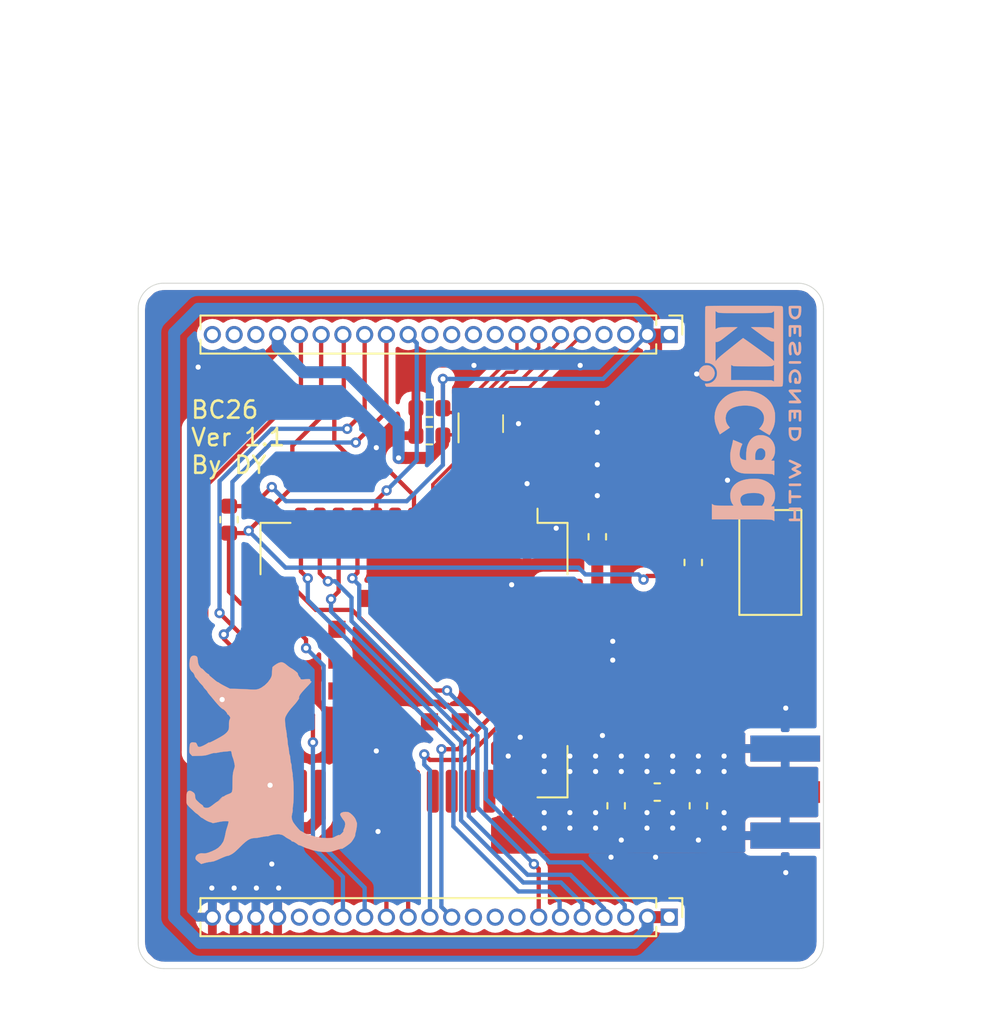
<source format=kicad_pcb>
(kicad_pcb (version 20200104) (host pcbnew "5.99.0-unknown-f1fcf3f~86~ubuntu18.04.1")
  (layers (0 "F.Cu" signal) (31 "B.Cu" signal) (34 "B.Paste" user) (35 "F.Paste" user) (36 "B.SilkS" user) (37 "F.SilkS" user) (38 "B.Mask" user) (39 "F.Mask" user) (44 "Edge.Cuts" user))
  (net 0 "")
  (net 1 "GND")
  (net 2 "+3V3")
  (net 3 "Net-(C2-Pad1)")
  (net 4 "Net-(C3-Pad1)")
  (net 5 "/M_RESET")
  (net 6 "/M_VDD_OUT")
  (net 7 "/PSM_EINT")
  (net 8 "/M_PWRKEY")
  (net 9 "/M_MAIN_UART_Rx")
  (net 10 "/M_MAIN_UART_Tx")
  (net 11 "/M_ADC")
  (net 12 "/M_SPI_CS-I2S_CS")
  (net 13 "/M_SPI_CLK-I2S_CLK")
  (net 14 "/M_SPI_MOSI-I2S_WA")
  (net 15 "/M_SPI_MISO-I2S_RXD")
  (net 16 "/M_RI")
  (net 17 "/M_NET_LED")
  (net 18 "/M_AUX_UART_Rx")
  (net 19 "/M_AUX_UART_Tx")
  (net 20 "/M_DBG_UART_Rx")
  (net 21 "/M_DBG_UART_TX")
  (net 22 "/SIM_GND")
  (net 23 "/SIM_CLK")
  (net 24 "/SIM_IO")
  (net 25 "/SIM_RST")
  (net 26 "/V_SIM")
  (net 27 "/B_SPI_CS-I2S_CS")
  (net 28 "/B_SPI_CLK-I2S_CLK")
  (net 29 "/B_SPI_MOSI-I2S_WA")
  (net 30 "/B_SPI_MISO-I2S_RXD")
  (net 31 "/GPIO_L4")
  (net 32 "/GPIO_L3")
  (net 33 "/M_AP_READY")
  (net 34 "/M_USB_DM")
  (net 35 "/M_USB_DP")
  (net 36 "/M_USB_VBUS")
  (net 37 "/GPIO_L2")
  (net 38 "/PSM_IND")
  (net 39 "/GPIO_L1")
  (net 40 "/GPIO_R3")
  (net 41 "/GPIO_R2")
  (net 42 "/M_SCL")
  (net 43 "/M_SDA")
  (net 44 "/GPIO_R1")
  (net 45 "Net-(U1-Pad58)")
  (net 46 "Net-(U1-Pad57)")
  (net 47 "Net-(U1-Pad56)")
  (net 48 "Net-(U1-Pad55)")
  (net 49 "Net-(U1-Pad54)")
  (net 50 "Net-(U1-Pad53)")
  (net 51 "Net-(U1-Pad52)")
  (net 52 "Net-(U1-Pad51)")
  (net 53 "Net-(U1-Pad50)")
  (net 54 "Net-(U1-Pad49)")
  (net 55 "Net-(U1-Pad48)")
  (net 56 "Net-(U1-Pad47)")
  (net 57 "Net-(U1-Pad46)")
  (net 58 "Net-(U1-Pad45)")
  (net 59 "Net-(U1-Pad44)")
  (net 60 "Net-(U1-Pad33)")
  (net 61 "Net-(U1-Pad32)")
  (net 62 "Net-(U1-Pad31)")
  (net 63 "Net-(U1-Pad30)")
  (net 64 "Net-(U1-Pad26)")
  (net 65 "Net-(U1-Pad25)")
  (net 66 "Net-(U1-Pad23)")
  (net 67 "Net-(U1-Pad22)")
  (net 68 "Net-(U1-Pad21)")
  (net 69 "Net-(U1-Pad8)")
  (net 70 "Net-(U1-Pad2)")
  (module "Symbol:KiCad-Logo2_5mm_SilkScreen" (layer "B.Cu") (at 105.7 77.6 -90)
    (fp_text reference "REF**" hide)
    (fp_text value "KiCad-Logo2_5mm_SilkScreen" hide)
  )
  (module "LTD_Customized:Cat-Logo" (layer "B.Cu") (at 77.8 97.8 90)
    (fp_text reference "G***" hide)
    (fp_text value "LOGO" hide)
  )
  (module "Package_DFN_QFN:Texas_R_PUQFN-N12" (layer "F.Cu") (at 90 78.2 90)
    (fp_text reference "U2" hide)
    (fp_text value "TXB0304RUT")
    (pad "1" smd rect (at -0.425 -0.975 90) (size 0.15 0.25) (layers "F.Cu" "F.Paste" "F.Mask") (net 6 "/M_VDD_OUT"))
    (pad "12" smd rect (at 0 -0.8) (size 0.6 0.2) (layers "F.Cu" "F.Paste" "F.Mask") (net 6 "/M_VDD_OUT"))
    (pad "11" smd rect (at 0.65 -0.8) (size 0.2 0.6) (layers "F.Cu" "F.Paste" "F.Mask") (net 2 "+3V3"))
    (pad "10" smd rect (at 0.65 -0.4) (size 0.2 0.6) (layers "F.Cu" "F.Paste" "F.Mask") (net 27 "/B_SPI_CS-I2S_CS"))
    (pad "9" smd rect (at 0.65 0) (size 0.2 0.6) (layers "F.Cu" "F.Paste" "F.Mask") (net 28 "/B_SPI_CLK-I2S_CLK"))
    (pad "8" smd rect (at 0.65 0.4) (size 0.2 0.6) (layers "F.Cu" "F.Paste" "F.Mask") (net 29 "/B_SPI_MOSI-I2S_WA"))
    (pad "7" smd rect (at 0.65 0.8) (size 0.2 0.6) (layers "F.Cu" "F.Paste" "F.Mask") (net 30 "/B_SPI_MISO-I2S_RXD"))
    (pad "6" smd rect (at 0 0.8) (size 0.6 0.2) (layers "F.Cu" "F.Paste" "F.Mask") (net 1 "GND"))
    (pad "5" smd rect (at -0.65 0.8) (size 0.2 0.6) (layers "F.Cu" "F.Paste" "F.Mask") (net 15 "/M_SPI_MISO-I2S_RXD"))
    (pad "4" smd rect (at -0.65 0.4) (size 0.2 0.6) (layers "F.Cu" "F.Paste" "F.Mask") (net 14 "/M_SPI_MOSI-I2S_WA"))
    (pad "3" smd rect (at -0.65 0) (size 0.2 0.6) (layers "F.Cu" "F.Paste" "F.Mask") (net 13 "/M_SPI_CLK-I2S_CLK"))
    (pad "2" smd rect (at -0.65 -0.4) (size 0.2 0.6) (layers "F.Cu" "F.Paste" "F.Mask") (net 12 "/M_SPI_CS-I2S_CS"))
    (pad "1" smd rect (at -0.65 -0.8) (size 0.2 0.6) (layers "F.Cu" "F.Paste" "F.Mask") (net 6 "/M_VDD_OUT"))
  )
  (module "Capacitor_SMD:C_0603_1608Metric" (layer "F.Cu") (at 87 77.3 180)
    (fp_text reference "C5" hide)
    (fp_text value "100nF")
    (pad "2" smd roundrect (at 0.7875 0 180) (size 0.875 0.95) (layers "F.Cu" "F.Paste" "F.Mask") (net 1 "GND"))
    (pad "1" smd roundrect (at -0.7875 0 180) (size 0.875 0.95) (layers "F.Cu" "F.Paste" "F.Mask") (net 2 "+3V3"))
  )
  (module "Capacitor_SMD:C_0603_1608Metric" (layer "F.Cu") (at 87 78.9 180)
    (fp_text reference "C4" hide)
    (fp_text value "100nF")
    (pad "2" smd roundrect (at 0.7875 0 180) (size 0.875 0.95) (layers "F.Cu" "F.Paste" "F.Mask") (net 1 "GND"))
    (pad "1" smd roundrect (at -0.7875 0 180) (size 0.875 0.95) (layers "F.Cu" "F.Paste" "F.Mask") (net 6 "/M_VDD_OUT"))
  )
  (module "RF_GSM:Quectel_BC66" (layer "F.Cu") (at 86.1 92 -90)
    (fp_text reference "U1" hide)
    (fp_text value "BC66")
    (pad "58" smd rect (at -1.8 -4.5 270) (size 1 1) (layers "F.Cu" "F.Paste" "F.Mask") (net 45 "Net-(U1-Pad58)"))
    (pad "57" smd rect (at 0 -4.5 270) (size 1 1) (layers "F.Cu" "F.Paste" "F.Mask") (net 46 "Net-(U1-Pad57)"))
    (pad "56" smd rect (at 1.8 -4.5 270) (size 1 1) (layers "F.Cu" "F.Paste" "F.Mask") (net 47 "Net-(U1-Pad56)"))
    (pad "55" smd rect (at 3.6 -2.7 270) (size 1 1) (layers "F.Cu" "F.Paste" "F.Mask") (net 48 "Net-(U1-Pad55)"))
    (pad "54" smd rect (at 3.6 -0.9 270) (size 1 1) (layers "F.Cu" "F.Paste" "F.Mask") (net 49 "Net-(U1-Pad54)"))
    (pad "53" smd rect (at 3.6 0.9 270) (size 1 1) (layers "F.Cu" "F.Paste" "F.Mask") (net 50 "Net-(U1-Pad53)"))
    (pad "52" smd rect (at 3.6 2.7 270) (size 1 1) (layers "F.Cu" "F.Paste" "F.Mask") (net 51 "Net-(U1-Pad52)"))
    (pad "51" smd rect (at 1.8 4.5 270) (size 1 1) (layers "F.Cu" "F.Paste" "F.Mask") (net 52 "Net-(U1-Pad51)"))
    (pad "50" smd rect (at 0 4.5 270) (size 1 1) (layers "F.Cu" "F.Paste" "F.Mask") (net 53 "Net-(U1-Pad50)"))
    (pad "49" smd rect (at -1.8 4.5 270) (size 1 1) (layers "F.Cu" "F.Paste" "F.Mask") (net 54 "Net-(U1-Pad49)"))
    (pad "48" smd rect (at -3.6 2.7 270) (size 1 1) (layers "F.Cu" "F.Paste" "F.Mask") (net 55 "Net-(U1-Pad48)"))
    (pad "47" smd rect (at -3.6 0.9 270) (size 1 1) (layers "F.Cu" "F.Paste" "F.Mask") (net 56 "Net-(U1-Pad47)"))
    (pad "46" smd rect (at -3.6 -0.9 270) (size 1 1) (layers "F.Cu" "F.Paste" "F.Mask") (net 57 "Net-(U1-Pad46)"))
    (pad "45" smd rect (at -3.6 -2.7 270) (size 1 1) (layers "F.Cu" "F.Paste" "F.Mask") (net 58 "Net-(U1-Pad45)"))
    (pad "44" smd roundrect (at -4.4 -8.6 180) (size 2.5 0.7) (layers "F.Cu" "F.Paste" "F.Mask") (net 59 "Net-(U1-Pad44)"))
    (pad "43" smd roundrect (at -3.3 -8.6 180) (size 2.5 0.7) (layers "F.Cu" "F.Paste" "F.Mask") (net 2 "+3V3"))
    (pad "42" smd roundrect (at -2.2 -8.6 180) (size 2.5 0.7) (layers "F.Cu" "F.Paste" "F.Mask") (net 2 "+3V3"))
    (pad "41" smd roundrect (at -1.1 -8.6 180) (size 2.5 0.7) (layers "F.Cu" "F.Paste" "F.Mask") (net 1 "GND"))
    (pad "40" smd roundrect (at 0 -8.6 180) (size 2.5 0.7) (layers "F.Cu" "F.Paste" "F.Mask") (net 1 "GND"))
    (pad "39" smd roundrect (at 1.1 -8.6 180) (size 2.5 0.7) (layers "F.Cu" "F.Paste" "F.Mask") (net 21 "/M_DBG_UART_TX"))
    (pad "38" smd roundrect (at 2.2 -8.6 180) (size 2.5 0.7) (layers "F.Cu" "F.Paste" "F.Mask") (net 20 "/M_DBG_UART_Rx"))
    (pad "37" smd roundrect (at 3.3 -8.6 180) (size 2.5 0.7) (layers "F.Cu" "F.Paste" "F.Mask") (net 1 "GND"))
    (pad "36" smd roundrect (at 4.4 -8.6 180) (size 2.5 0.7) (layers "F.Cu" "F.Paste" "F.Mask") (net 1 "GND"))
    (pad "35" smd roundrect (at 7.65 -6.6 270) (size 2.5 0.7) (layers "F.Cu" "F.Paste" "F.Mask") (net 3 "Net-(C2-Pad1)"))
    (pad "34" smd roundrect (at 7.65 -5.5 270) (size 2.5 0.7) (layers "F.Cu" "F.Paste" "F.Mask") (net 1 "GND"))
    (pad "33" smd roundrect (at 7.65 -4.4 270) (size 2.5 0.7) (layers "F.Cu" "F.Paste" "F.Mask") (net 60 "Net-(U1-Pad33)"))
    (pad "32" smd roundrect (at 7.65 -3.3 270) (size 2.5 0.7) (layers "F.Cu" "F.Paste" "F.Mask") (net 61 "Net-(U1-Pad32)"))
    (pad "31" smd roundrect (at 7.65 -2.2 270) (size 2.5 0.7) (layers "F.Cu" "F.Paste" "F.Mask") (net 62 "Net-(U1-Pad31)"))
    (pad "30" smd roundrect (at 7.65 -1.1 270) (size 2.5 0.7) (layers "F.Cu" "F.Paste" "F.Mask") (net 63 "Net-(U1-Pad30)"))
    (pad "29" smd roundrect (at 7.65 0 270) (size 2.5 0.7) (layers "F.Cu" "F.Paste" "F.Mask") (net 19 "/M_AUX_UART_Tx"))
    (pad "28" smd roundrect (at 7.65 1.1 270) (size 2.5 0.7) (layers "F.Cu" "F.Paste" "F.Mask") (net 18 "/M_AUX_UART_Rx"))
    (pad "27" smd roundrect (at 7.65 2.2 270) (size 2.5 0.7) (layers "F.Cu" "F.Paste" "F.Mask") (net 1 "GND"))
    (pad "26" smd roundrect (at 7.65 3.3 270) (size 2.5 0.7) (layers "F.Cu" "F.Paste" "F.Mask") (net 64 "Net-(U1-Pad26)"))
    (pad "25" smd roundrect (at 7.65 4.4 270) (size 2.5 0.7) (layers "F.Cu" "F.Paste" "F.Mask") (net 65 "Net-(U1-Pad25)"))
    (pad "24" smd roundrect (at 7.65 5.5 270) (size 2.5 0.7) (layers "F.Cu" "F.Paste" "F.Mask") (net 6 "/M_VDD_OUT"))
    (pad "23" smd roundrect (at 7.65 6.6 270) (size 2.5 0.7) (layers "F.Cu" "F.Paste" "F.Mask") (net 66 "Net-(U1-Pad23)"))
    (pad "22" smd roundrect (at 4.4 8.6) (size 2.5 0.7) (layers "F.Cu" "F.Paste" "F.Mask") (net 67 "Net-(U1-Pad22)"))
    (pad "21" smd roundrect (at 3.3 8.6) (size 2.5 0.7) (layers "F.Cu" "F.Paste" "F.Mask") (net 68 "Net-(U1-Pad21)"))
    (pad "20" smd roundrect (at 2.2 8.6) (size 2.5 0.7) (layers "F.Cu" "F.Paste" "F.Mask") (net 16 "/M_RI"))
    (pad "19" smd roundrect (at 1.1 8.6) (size 2.5 0.7) (layers "F.Cu" "F.Paste" "F.Mask") (net 7 "/PSM_EINT"))
    (pad "18" smd roundrect (at 0 8.6) (size 2.5 0.7) (layers "F.Cu" "F.Paste" "F.Mask") (net 10 "/M_MAIN_UART_Tx"))
    (pad "17" smd roundrect (at -1.1 8.6) (size 2.5 0.7) (layers "F.Cu" "F.Paste" "F.Mask") (net 9 "/M_MAIN_UART_Rx"))
    (pad "16" smd roundrect (at -2.2 8.6) (size 2.5 0.7) (layers "F.Cu" "F.Paste" "F.Mask") (net 17 "/M_NET_LED"))
    (pad "15" smd roundrect (at -3.3 8.6) (size 2.5 0.7) (layers "F.Cu" "F.Paste" "F.Mask") (net 5 "/M_RESET"))
    (pad "14" smd roundrect (at -4.4 8.6) (size 2.5 0.7) (layers "F.Cu" "F.Paste" "F.Mask") (net 26 "/V_SIM"))
    (pad "13" smd roundrect (at -7.65 6.6 270) (size 2.5 0.7) (layers "F.Cu" "F.Paste" "F.Mask") (net 23 "/SIM_CLK"))
    (pad "12" smd roundrect (at -7.65 5.5 270) (size 2.5 0.7) (layers "F.Cu" "F.Paste" "F.Mask") (net 25 "/SIM_RST"))
    (pad "11" smd roundrect (at -7.65 4.4 270) (size 2.5 0.7) (layers "F.Cu" "F.Paste" "F.Mask") (net 24 "/SIM_IO"))
    (pad "10" smd roundrect (at -7.65 3.3 270) (size 2.5 0.7) (layers "F.Cu" "F.Paste" "F.Mask") (net 22 "/SIM_GND"))
    (pad "9" smd roundrect (at -7.65 2.2 270) (size 2.5 0.7) (layers "F.Cu" "F.Paste" "F.Mask") (net 11 "/M_ADC"))
    (pad "8" smd roundrect (at -7.65 1.1 270) (size 2.5 0.7) (layers "F.Cu" "F.Paste" "F.Mask") (net 69 "Net-(U1-Pad8)"))
    (pad "7" smd roundrect (at -7.65 0 270) (size 2.5 0.7) (layers "F.Cu" "F.Paste" "F.Mask") (net 8 "/M_PWRKEY"))
    (pad "6" smd roundrect (at -7.65 -1.1 270) (size 2.5 0.7) (layers "F.Cu" "F.Paste" "F.Mask") (net 12 "/M_SPI_CS-I2S_CS"))
    (pad "5" smd roundrect (at -7.65 -2.2 270) (size 2.5 0.7) (layers "F.Cu" "F.Paste" "F.Mask") (net 13 "/M_SPI_CLK-I2S_CLK"))
    (pad "4" smd roundrect (at -7.65 -3.3 270) (size 2.5 0.7) (layers "F.Cu" "F.Paste" "F.Mask") (net 14 "/M_SPI_MOSI-I2S_WA"))
    (pad "3" smd roundrect (at -7.65 -4.4 270) (size 2.5 0.7) (layers "F.Cu" "F.Paste" "F.Mask") (net 15 "/M_SPI_MISO-I2S_RXD"))
    (pad "2" smd roundrect (at -7.65 -5.5 270) (size 2.5 0.7) (layers "F.Cu" "F.Paste" "F.Mask") (net 70 "Net-(U1-Pad2)"))
    (pad "1" smd roundrect (at -7.65 -6.6 270) (size 2.5 0.7) (layers "F.Cu" "F.Paste" "F.Mask") (net 1 "GND"))
  )
  (module "Button_Switch_SMD:SW_SPST_FSMSM" (layer "F.Cu") (at 106.9 86.3 -90)
    (fp_text reference "SW2" hide)
    (fp_text value "SW_Push")
    (pad "2" smd rect (at 4.59 0 270) (size 2.18 1.6) (layers "F.Cu" "F.Paste" "F.Mask") (net 5 "/M_RESET"))
    (pad "1" smd rect (at -4.59 0 270) (size 2.18 1.6) (layers "F.Cu" "F.Paste" "F.Mask") (net 1 "GND"))
  )
  (module "Resistor_SMD:R_0603_1608Metric" (layer "F.Cu") (at 75.3 83.8 90)
    (fp_text reference "R11" hide)
    (fp_text value "10k")
    (pad "2" smd roundrect (at 0.7875 0 90) (size 0.875 0.95) (layers "F.Cu" "F.Paste" "F.Mask") (net 2 "+3V3"))
    (pad "1" smd roundrect (at -0.7875 0 90) (size 0.875 0.95) (layers "F.Cu" "F.Paste" "F.Mask") (net 5 "/M_RESET"))
  )
  (module "Resistor_SMD:R_0603_1608Metric" (layer "F.Cu") (at 100.3 99.7 180)
    (fp_text reference "R1" hide)
    (fp_text value "0")
    (pad "2" smd roundrect (at 0.7875 0 180) (size 0.875 0.95) (layers "F.Cu" "F.Paste" "F.Mask") (net 3 "Net-(C2-Pad1)"))
    (pad "1" smd roundrect (at -0.7875 0 180) (size 0.875 0.95) (layers "F.Cu" "F.Paste" "F.Mask") (net 4 "Net-(C3-Pad1)"))
  )
  (module "Connector_PinHeader_1.27mm:PinHeader_1x22_P1.27mm_Vertical" (layer "F.Cu") (at 101 107 -90)
    (fp_text reference "J13" hide)
    (fp_text value "Right_Conn")
    (pad "22" thru_hole oval (at 0 26.67 270) (size 1 1) (drill 0.65) (layers *.Cu *.Mask) (net 1 "GND"))
    (pad "21" thru_hole oval (at 0 25.4 270) (size 1 1) (drill 0.65) (layers *.Cu *.Mask) (net 1 "GND"))
    (pad "20" thru_hole oval (at 0 24.13 270) (size 1 1) (drill 0.65) (layers *.Cu *.Mask) (net 1 "GND"))
    (pad "19" thru_hole oval (at 0 22.86 270) (size 1 1) (drill 0.65) (layers *.Cu *.Mask) (net 1 "GND"))
    (pad "18" thru_hole oval (at 0 21.59 270) (size 1 1) (drill 0.65) (layers *.Cu *.Mask) (net 40 "/GPIO_R3"))
    (pad "17" thru_hole oval (at 0 20.32 270) (size 1 1) (drill 0.65) (layers *.Cu *.Mask) (net 41 "/GPIO_R2"))
    (pad "16" thru_hole oval (at 0 19.05 270) (size 1 1) (drill 0.65) (layers *.Cu *.Mask) (net 16 "/M_RI"))
    (pad "15" thru_hole oval (at 0 17.78 270) (size 1 1) (drill 0.65) (layers *.Cu *.Mask) (net 17 "/M_NET_LED"))
    (pad "14" thru_hole oval (at 0 16.51 270) (size 1 1) (drill 0.65) (layers *.Cu *.Mask) (net 18 "/M_AUX_UART_Rx"))
    (pad "13" thru_hole oval (at 0 15.24 270) (size 1 1) (drill 0.65) (layers *.Cu *.Mask) (net 19 "/M_AUX_UART_Tx"))
    (pad "12" thru_hole oval (at 0 13.97 270) (size 1 1) (drill 0.65) (layers *.Cu *.Mask) (net 20 "/M_DBG_UART_Rx"))
    (pad "11" thru_hole oval (at 0 12.7 270) (size 1 1) (drill 0.65) (layers *.Cu *.Mask) (net 21 "/M_DBG_UART_TX"))
    (pad "10" thru_hole oval (at 0 11.43 270) (size 1 1) (drill 0.65) (layers *.Cu *.Mask) (net 42 "/M_SCL"))
    (pad "9" thru_hole oval (at 0 10.16 270) (size 1 1) (drill 0.65) (layers *.Cu *.Mask) (net 43 "/M_SDA"))
    (pad "8" thru_hole oval (at 0 8.89 270) (size 1 1) (drill 0.65) (layers *.Cu *.Mask) (net 44 "/GPIO_R1"))
    (pad "7" thru_hole oval (at 0 7.62 270) (size 1 1) (drill 0.65) (layers *.Cu *.Mask) (net 22 "/SIM_GND"))
    (pad "6" thru_hole oval (at 0 6.35 270) (size 1 1) (drill 0.65) (layers *.Cu *.Mask) (net 23 "/SIM_CLK"))
    (pad "5" thru_hole oval (at 0 5.08 270) (size 1 1) (drill 0.65) (layers *.Cu *.Mask) (net 24 "/SIM_IO"))
    (pad "4" thru_hole oval (at 0 3.81 270) (size 1 1) (drill 0.65) (layers *.Cu *.Mask) (net 25 "/SIM_RST"))
    (pad "3" thru_hole oval (at 0 2.54 270) (size 1 1) (drill 0.65) (layers *.Cu *.Mask) (net 26 "/V_SIM"))
    (pad "2" thru_hole oval (at 0 1.27 270) (size 1 1) (drill 0.65) (layers *.Cu *.Mask) (net 2 "+3V3"))
    (pad "1" thru_hole rect (at 0 0 270) (size 1 1) (drill 0.65) (layers *.Cu *.Mask) (net 2 "+3V3"))
  )
  (module "Connector_PinHeader_1.27mm:PinHeader_1x22_P1.27mm_Vertical" (layer "F.Cu") (at 101 73 -90)
    (fp_text reference "J12" hide)
    (fp_text value "Left_Conn")
    (pad "22" thru_hole oval (at 0 26.67 270) (size 1 1) (drill 0.65) (layers *.Cu *.Mask) (net 31 "/GPIO_L4"))
    (pad "21" thru_hole oval (at 0 25.4 270) (size 1 1) (drill 0.65) (layers *.Cu *.Mask) (net 32 "/GPIO_L3"))
    (pad "20" thru_hole oval (at 0 24.13 270) (size 1 1) (drill 0.65) (layers *.Cu *.Mask) (net 33 "/M_AP_READY"))
    (pad "19" thru_hole oval (at 0 22.86 270) (size 1 1) (drill 0.65) (layers *.Cu *.Mask) (net 6 "/M_VDD_OUT"))
    (pad "18" thru_hole oval (at 0 21.59 270) (size 1 1) (drill 0.65) (layers *.Cu *.Mask) (net 7 "/PSM_EINT"))
    (pad "17" thru_hole oval (at 0 20.32 270) (size 1 1) (drill 0.65) (layers *.Cu *.Mask) (net 5 "/M_RESET"))
    (pad "16" thru_hole oval (at 0 19.05 270) (size 1 1) (drill 0.65) (layers *.Cu *.Mask) (net 8 "/M_PWRKEY"))
    (pad "15" thru_hole oval (at 0 17.78 270) (size 1 1) (drill 0.65) (layers *.Cu *.Mask) (net 9 "/M_MAIN_UART_Rx"))
    (pad "14" thru_hole oval (at 0 16.51 270) (size 1 1) (drill 0.65) (layers *.Cu *.Mask) (net 10 "/M_MAIN_UART_Tx"))
    (pad "13" thru_hole oval (at 0 15.24 270) (size 1 1) (drill 0.65) (layers *.Cu *.Mask) (net 11 "/M_ADC"))
    (pad "12" thru_hole oval (at 0 13.97 270) (size 1 1) (drill 0.65) (layers *.Cu *.Mask) (net 34 "/M_USB_DM"))
    (pad "11" thru_hole oval (at 0 12.7 270) (size 1 1) (drill 0.65) (layers *.Cu *.Mask) (net 35 "/M_USB_DP"))
    (pad "10" thru_hole oval (at 0 11.43 270) (size 1 1) (drill 0.65) (layers *.Cu *.Mask) (net 36 "/M_USB_VBUS"))
    (pad "9" thru_hole oval (at 0 10.16 270) (size 1 1) (drill 0.65) (layers *.Cu *.Mask) (net 37 "/GPIO_L2"))
    (pad "8" thru_hole oval (at 0 8.89 270) (size 1 1) (drill 0.65) (layers *.Cu *.Mask) (net 27 "/B_SPI_CS-I2S_CS"))
    (pad "7" thru_hole oval (at 0 7.62 270) (size 1 1) (drill 0.65) (layers *.Cu *.Mask) (net 28 "/B_SPI_CLK-I2S_CLK"))
    (pad "6" thru_hole oval (at 0 6.35 270) (size 1 1) (drill 0.65) (layers *.Cu *.Mask) (net 29 "/B_SPI_MOSI-I2S_WA"))
    (pad "5" thru_hole oval (at 0 5.08 270) (size 1 1) (drill 0.65) (layers *.Cu *.Mask) (net 30 "/B_SPI_MISO-I2S_RXD"))
    (pad "4" thru_hole oval (at 0 3.81 270) (size 1 1) (drill 0.65) (layers *.Cu *.Mask) (net 38 "/PSM_IND"))
    (pad "3" thru_hole oval (at 0 2.54 270) (size 1 1) (drill 0.65) (layers *.Cu *.Mask) (net 39 "/GPIO_L1"))
    (pad "2" thru_hole oval (at 0 1.27 270) (size 1 1) (drill 0.65) (layers *.Cu *.Mask) (net 2 "+3V3"))
    (pad "1" thru_hole rect (at 0 0 270) (size 1 1) (drill 0.65) (layers *.Cu *.Mask) (net 2 "+3V3"))
  )
  (module "LTD_Customized:SMA_Antenna" (layer "F.Cu") (at 109.8 99.7 180)
    (fp_text reference "J1" hide)
    (fp_text value "1865" hide)
    (pad "GND1" smd rect (at 2.032 -2.54 270) (size 1.524 4.064) (layers "F.Cu" "F.Paste" "F.Mask") (net 1 "GND"))
    (pad "GND4" smd rect (at 2.032 2.54 270) (size 1.524 4.064) (layers "F.Cu" "F.Paste" "F.Mask") (net 1 "GND"))
    (pad "P" smd rect (at 2.032 0 270) (size 1.27 4.064) (layers "F.Cu" "F.Paste" "F.Mask") (net 4 "Net-(C3-Pad1)"))
    (pad "GND2" smd rect (at 2.032 -2.54 270) (size 1.524 4.064) (layers "B.Cu" "B.Paste" "B.Mask") (net 1 "GND"))
    (pad "GND3" smd rect (at 2.032 2.54 270) (size 1.524 4.064) (layers "B.Cu" "B.Paste" "B.Mask") (net 1 "GND"))
  )
  (module "Capacitor_SMD:C_0603_1608Metric" (layer "F.Cu") (at 102.4 86.3 90)
    (fp_text reference "C7" hide)
    (fp_text value "100nF")
    (pad "2" smd roundrect (at 0.7875 0 90) (size 0.875 0.95) (layers "F.Cu" "F.Paste" "F.Mask") (net 1 "GND"))
    (pad "1" smd roundrect (at -0.7875 0 90) (size 0.875 0.95) (layers "F.Cu" "F.Paste" "F.Mask") (net 5 "/M_RESET"))
  )
  (module "Capacitor_SMD:C_0603_1608Metric" (layer "F.Cu") (at 102.7 100.5 -90)
    (fp_text reference "C3" hide)
    (fp_text value "100nF")
    (pad "2" smd roundrect (at 0.7875 0 270) (size 0.875 0.95) (layers "F.Cu" "F.Paste" "F.Mask") (net 1 "GND"))
    (pad "1" smd roundrect (at -0.7875 0 270) (size 0.875 0.95) (layers "F.Cu" "F.Paste" "F.Mask") (net 4 "Net-(C3-Pad1)"))
  )
  (module "Capacitor_SMD:C_0603_1608Metric" (layer "F.Cu") (at 97.9 100.5 -90)
    (fp_text reference "C2" hide)
    (fp_text value "100nF")
    (pad "2" smd roundrect (at 0.7875 0 270) (size 0.875 0.95) (layers "F.Cu" "F.Paste" "F.Mask") (net 1 "GND"))
    (pad "1" smd roundrect (at -0.7875 0 270) (size 0.875 0.95) (layers "F.Cu" "F.Paste" "F.Mask") (net 3 "Net-(C2-Pad1)"))
  )
  (module "Capacitor_SMD:C_0603_1608Metric" (layer "F.Cu") (at 96.8 84.8 90)
    (fp_text reference "C1" hide)
    (fp_text value "100nF")
    (pad "2" smd roundrect (at 0.7875 0 90) (size 0.875 0.95) (layers "F.Cu" "F.Paste" "F.Mask") (net 1 "GND"))
    (pad "1" smd roundrect (at -0.7875 0 90) (size 0.875 0.95) (layers "F.Cu" "F.Paste" "F.Mask") (net 2 "+3V3"))
  )
  (gr_text "BC26\nVer 1.1\nBy DY" (at 73 79) (layer "F.SilkS") (effects (font (size 1 1)) (justify left)))
  (gr_arc (start 71.5 108.5) (end 70 108.5) (angle -90) (layer "Edge.Cuts") (width 0.05))
  (gr_arc (start 108.5 108.5) (end 108.5 110) (angle -90) (layer "Edge.Cuts") (width 0.05))
  (gr_arc (start 108.5 71.5) (end 110 71.5) (angle -90) (layer "Edge.Cuts") (width 0.05))
  (gr_arc (start 71.5 71.5) (end 71.5 70) (angle -90) (layer "Edge.Cuts") (width 0.05))
  (gr_line (start 70 108.5) (end 70 71.5) (layer "Edge.Cuts") (width 0.05))
  (gr_line (start 108.5 110) (end 71.5 110) (layer "Edge.Cuts") (width 0.05))
  (gr_line (start 110 71.5) (end 110 108.5) (layer "Edge.Cuts") (width 0.05))
  (gr_line (start 71.5 70) (end 108.5 70) (layer "Edge.Cuts") (width 0.05))
  (segment (start 99.5125 99.7) (end 92.86501 99.7) (width 1.23) (layer "F.Cu") (net 3))
  (segment (start 107.768 99.7) (end 101.0875 99.7) (width 1.23) (layer "F.Cu") (net 4))
  (segment (start 104.4375 87.0875) (end 102.875 87.0875) (width 0.25) (layer "F.Cu") (net 5))
  (segment (start 102.875 87.0875) (end 102.4 87.0875) (width 0.25) (layer "F.Cu") (net 5))
  (segment (start 106.9 89.55) (end 104.4375 87.0875) (width 0.25) (layer "F.Cu") (net 5))
  (segment (start 106.9 90.89) (end 106.9 89.55) (width 0.25) (layer "F.Cu") (net 5))
  (segment (start 88.0375 77.55) (end 87.7875 77.3) (width 0.2) (layer "F.Cu") (net 2))
  (segment (start 89.2 77.55) (end 88.0375 77.55) (width 0.2) (layer "F.Cu") (net 2))
  (segment (start 89.2 78.2) (end 89.2 78.85) (width 0.2) (layer "F.Cu") (net 6))
  (segment (start 87.8375 78.85) (end 87.7875 78.9) (width 0.2) (layer "F.Cu") (net 6))
  (segment (start 89.2 78.85) (end 87.8375 78.85) (width 0.2) (layer "F.Cu") (net 6))
  (segment (start 85 99.65) (end 85 104.6) (width 0.25) (layer "F.Cu") (net 18))
  (segment (start 84.49 105.11) (end 84.49 107) (width 0.25) (layer "F.Cu") (net 18))
  (segment (start 85 104.6) (end 84.49 105.11) (width 0.25) (layer "F.Cu") (net 18))
  (segment (start 86.1 99.65) (end 86.1 104.8) (width 0.25) (layer "F.Cu") (net 19))
  (segment (start 85.76 105.14) (end 85.76 107) (width 0.25) (layer "F.Cu") (net 19))
  (segment (start 86.1 104.8) (end 85.76 105.14) (width 0.25) (layer "F.Cu") (net 19))
  (segment (start 94.7 88.7) (end 94.7 89.8) (width 0.7) (layer "F.Cu") (net 2))
  (segment (start 95.95 89.8) (end 94.7 89.8) (width 0.7) (layer "F.Cu") (net 2))
  (segment (start 96.8 88.95) (end 95.95 89.8) (width 0.7) (layer "F.Cu") (net 2))
  (segment (start 96.8 85.5875) (end 96.8 88.95) (width 0.7) (layer "F.Cu") (net 2))
  (segment (start 96.65 88.8) (end 96.8 88.95) (width 0.7) (layer "F.Cu") (net 2))
  (segment (start 94.7 88.7) (end 94.8 88.8) (width 0.7) (layer "F.Cu") (net 2))
  (segment (start 94.8 88.8) (end 96.65 88.8) (width 0.7) (layer "F.Cu") (net 2))
  (segment (start 99.73 73) (end 101 73) (width 0.7) (layer "F.Cu") (net 2))
  (segment (start 98.6125 85.5875) (end 96.8 85.5875) (width 0.7) (layer "F.Cu") (net 2))
  (segment (start 100.229999 83.970001) (end 98.6125 85.5875) (width 0.7) (layer "F.Cu") (net 2))
  (segment (start 99.73 73) (end 100.229999 73.499999) (width 0.7) (layer "F.Cu") (net 2))
  (segment (start 100.229999 73.499999) (end 100.229999 83.970001) (width 0.7) (layer "F.Cu") (net 2))
  (segment (start 75.3 84.5875) (end 75.3 88) (width 0.25) (layer "F.Cu") (net 5))
  (segment (start 76 88.7) (end 77.5 88.7) (width 0.25) (layer "F.Cu") (net 5))
  (segment (start 75.3 88) (end 76 88.7) (width 0.25) (layer "F.Cu") (net 5))
  (via (at 85.2 80.2) (size 0.6) (drill 0.3) (layers "F.Cu" "B.Cu") (net 6))
  (segment (start 85.624264 80.2) (end 85.2 80.2) (width 0.7) (layer "F.Cu") (net 6))
  (segment (start 87.7875 79.375) (end 86.9625 80.2) (width 0.7) (layer "F.Cu") (net 6))
  (segment (start 86.9625 80.2) (end 85.624264 80.2) (width 0.7) (layer "F.Cu") (net 6))
  (segment (start 87.7875 78.9) (end 87.7875 79.375) (width 0.7) (layer "F.Cu") (net 6))
  (segment (start 85.2 79.775736) (end 85.2 80.2) (width 0.7) (layer "B.Cu") (net 6))
  (segment (start 85.2 78.2) (end 85.2 79.775736) (width 0.7) (layer "B.Cu") (net 6))
  (segment (start 79.632894 75.2) (end 82.2 75.2) (width 0.7) (layer "B.Cu") (net 6))
  (segment (start 78.14 73) (end 78.14 73.707106) (width 0.7) (layer "B.Cu") (net 6))
  (segment (start 82.2 75.2) (end 85.2 78.2) (width 0.7) (layer "B.Cu") (net 6))
  (segment (start 78.14 73.707106) (end 79.632894 75.2) (width 0.7) (layer "B.Cu") (net 6))
  (via (at 84.5 82.1) (size 0.6) (drill 0.3) (layers "F.Cu" "B.Cu") (net 11))
  (segment (start 83.9 84.35) (end 83.9 82.7) (width 0.25) (layer "F.Cu") (net 11))
  (segment (start 83.9 82.7) (end 84.5 82.1) (width 0.25) (layer "F.Cu") (net 11))
  (segment (start 84.799999 81.800001) (end 84.5 82.1) (width 0.25) (layer "B.Cu") (net 11))
  (segment (start 86.259999 80.340001) (end 84.799999 81.800001) (width 0.25) (layer "B.Cu") (net 11))
  (segment (start 85.76 73) (end 86.259999 73.499999) (width 0.25) (layer "B.Cu") (net 11))
  (segment (start 86.259999 73.499999) (end 86.259999 80.340001) (width 0.25) (layer "B.Cu") (net 11))
  (segment (start 87.2 83.1) (end 87.2 84.35) (width 0.2) (layer "F.Cu") (net 12))
  (segment (start 87.2 81.75) (end 87.2 83.1) (width 0.2) (layer "F.Cu") (net 12))
  (segment (start 89.6 79.35) (end 87.2 81.75) (width 0.2) (layer "F.Cu") (net 12))
  (segment (start 89.6 78.85) (end 89.6 79.35) (width 0.2) (layer "F.Cu") (net 12))
  (segment (start 90 79.6) (end 90 78.85) (width 0.2) (layer "F.Cu") (net 13))
  (segment (start 88.3 84.35) (end 88.3 81.3) (width 0.2) (layer "F.Cu") (net 13))
  (segment (start 88.3 81.3) (end 90 79.6) (width 0.2) (layer "F.Cu") (net 13))
  (segment (start 95.92 73) (end 92.82 76.1) (width 0.2) (layer "F.Cu") (net 30))
  (segment (start 92.82 76.1) (end 91.731396 76.1) (width 0.2) (layer "F.Cu") (net 30))
  (segment (start 90.8 77.031396) (end 90.8 77.55) (width 0.2) (layer "F.Cu") (net 30))
  (segment (start 91.731396 76.1) (end 90.8 77.031396) (width 0.2) (layer "F.Cu") (net 30))
  (segment (start 89.6 76.5) (end 89.6 77.55) (width 0.2) (layer "F.Cu") (net 27))
  (segment (start 91.3 74.8) (end 89.6 76.5) (width 0.2) (layer "F.Cu") (net 27))
  (segment (start 91.7 74.8) (end 91.3 74.8) (width 0.2) (layer "F.Cu") (net 27))
  (segment (start 92.11 73) (end 92.11 74.39) (width 0.2) (layer "F.Cu") (net 27))
  (segment (start 92.11 74.39) (end 91.7 74.8) (width 0.2) (layer "F.Cu") (net 27))
  (segment (start 94.65 73.35) (end 94.65 73) (width 0.2) (layer "F.Cu") (net 29))
  (segment (start 92.4 75.6) (end 94.65 73.35) (width 0.2) (layer "F.Cu") (net 29))
  (segment (start 91.665698 75.6) (end 92.4 75.6) (width 0.2) (layer "F.Cu") (net 29))
  (segment (start 90.4 77.55) (end 90.4 76.865698) (width 0.2) (layer "F.Cu") (net 29))
  (segment (start 90.4 76.865698) (end 91.665698 75.6) (width 0.2) (layer "F.Cu") (net 29))
  (segment (start 90 76.7) (end 90 77.55) (width 0.2) (layer "F.Cu") (net 28))
  (segment (start 91.5 75.2) (end 90 76.7) (width 0.2) (layer "F.Cu") (net 28))
  (segment (start 93.38 73) (end 93.38 73.77) (width 0.2) (layer "F.Cu") (net 28))
  (segment (start 91.95 75.2) (end 91.5 75.2) (width 0.2) (layer "F.Cu") (net 28))
  (segment (start 93.38 73.77) (end 91.95 75.2) (width 0.2) (layer "F.Cu") (net 28))
  (segment (start 89.4 80.9) (end 89.4 84.35) (width 0.2) (layer "F.Cu") (net 14))
  (segment (start 90.4 78.85) (end 90.4 79.9) (width 0.2) (layer "F.Cu") (net 14))
  (segment (start 90.4 79.9) (end 89.4 80.9) (width 0.2) (layer "F.Cu") (net 14))
  (segment (start 90.5 80.6) (end 90.5 84.35) (width 0.2) (layer "F.Cu") (net 15))
  (segment (start 90.8 78.85) (end 90.8 80.3) (width 0.2) (layer "F.Cu") (net 15))
  (segment (start 90.8 80.3) (end 90.5 80.6) (width 0.2) (layer "F.Cu") (net 15))
  (segment (start 99.73 107) (end 101 107) (width 0.7) (layer "F.Cu") (net 2))
  (segment (start 76.3125 84.5875) (end 75.3 84.5875) (width 0.25) (layer "F.Cu") (net 5))
  (segment (start 80.68 73) (end 80.68 77.82) (width 0.25) (layer "F.Cu") (net 5))
  (segment (start 79 79.5) (end 79 81.9) (width 0.25) (layer "F.Cu") (net 5))
  (segment (start 80.68 77.82) (end 79 79.5) (width 0.25) (layer "F.Cu") (net 5))
  (via (at 77.8 81.9) (size 0.6) (drill 0.3) (layers "F.Cu" "B.Cu") (net 2))
  (segment (start 75.3 83.0125) (end 76.6875 83.0125) (width 0.25) (layer "F.Cu") (net 2))
  (segment (start 76.6875 83.0125) (end 77.8 81.9) (width 0.25) (layer "F.Cu") (net 2))
  (via (at 76.45 84.45) (size 0.6) (drill 0.3) (layers "F.Cu" "B.Cu") (net 5))
  (segment (start 79 81.9) (end 76.45 84.45) (width 0.25) (layer "F.Cu") (net 5))
  (segment (start 76.45 84.45) (end 76.3125 84.5875) (width 0.25) (layer "F.Cu") (net 5))
  (segment (start 73.347106 78.5) (end 78.14 73.707106) (width 0.7) (layer "F.Cu") (net 6))
  (segment (start 78.14 73.707106) (end 78.14 73) (width 0.7) (layer "F.Cu") (net 6))
  (segment (start 80.6 101.2) (end 80 101.8) (width 0.7) (layer "F.Cu") (net 6))
  (segment (start 80.6 99.65) (end 80.6 101.2) (width 0.7) (layer "F.Cu") (net 6))
  (segment (start 80 101.8) (end 77.7 101.8) (width 0.7) (layer "F.Cu") (net 6))
  (segment (start 77.7 101.8) (end 73.3 97.4) (width 0.7) (layer "F.Cu") (net 6))
  (segment (start 73.3 97.4) (end 73.3 78.5) (width 0.7) (layer "F.Cu") (net 6))
  (segment (start 73.3 78.5) (end 73.347106 78.5) (width 0.7) (layer "F.Cu") (net 6))
  (segment (start 77.5 94.2) (end 78.2 94.2) (width 0.25) (layer "F.Cu") (net 16))
  (segment (start 78.2 94.2) (end 79.2 94.2) (width 0.25) (layer "F.Cu") (net 16))
  (via (at 80.2 96.8) (size 0.6) (drill 0.3) (layers "F.Cu" "B.Cu") (net 16))
  (segment (start 79.2 94.2) (end 80.2 95.2) (width 0.25) (layer "F.Cu") (net 16))
  (segment (start 80.2 95.2) (end 80.2 96.8) (width 0.25) (layer "F.Cu") (net 16))
  (segment (start 80.2 96.8) (end 80.2 102.9) (width 0.25) (layer "B.Cu") (net 16))
  (segment (start 81.95 104.65) (end 81.95 107) (width 0.25) (layer "B.Cu") (net 16))
  (segment (start 80.2 102.9) (end 81.95 104.65) (width 0.25) (layer "B.Cu") (net 16))
  (via (at 79.8 91.3) (size 0.6) (drill 0.3) (layers "F.Cu" "B.Cu") (net 17))
  (segment (start 83.22 106.292894) (end 83.22 107) (width 0.25) (layer "B.Cu") (net 17))
  (segment (start 83.22 105.28359) (end 83.22 106.292894) (width 0.25) (layer "B.Cu") (net 17))
  (segment (start 80.825001 102.888591) (end 83.22 105.28359) (width 0.25) (layer "B.Cu") (net 17))
  (segment (start 80.825001 92.325001) (end 80.825001 102.888591) (width 0.25) (layer "B.Cu") (net 17))
  (segment (start 79.8 91.3) (end 80.825001 92.325001) (width 0.25) (layer "B.Cu") (net 17))
  (via (at 79.9 87.225) (size 0.6) (drill 0.3) (layers "F.Cu" "B.Cu") (net 23))
  (segment (start 79.5 84.35) (end 79.5 86.825) (width 0.25) (layer "F.Cu") (net 23))
  (segment (start 79.5 86.825) (end 79.9 87.225) (width 0.25) (layer "F.Cu") (net 23))
  (via (at 81.258051 88.441949) (size 0.6) (drill 0.3) (layers "F.Cu" "B.Cu") (net 24))
  (segment (start 81.7 86) (end 81.7 84.35) (width 0.25) (layer "F.Cu") (net 24))
  (segment (start 81.7 88) (end 81.7 86) (width 0.25) (layer "F.Cu") (net 24))
  (via (at 81.07499 87.4) (size 0.6) (drill 0.3) (layers "F.Cu" "B.Cu") (net 25))
  (segment (start 81.258051 88.441949) (end 81.7 88) (width 0.25) (layer "F.Cu") (net 24))
  (segment (start 80.6 84.35) (end 80.6 86.92501) (width 0.25) (layer "F.Cu") (net 25))
  (segment (start 80.6 86.92501) (end 81.07499 87.4) (width 0.25) (layer "F.Cu") (net 25))
  (segment (start 82.8 84.35) (end 82.8 86.9) (width 0.25) (layer "F.Cu") (net 22))
  (via (at 82.5 87.225) (size 0.6) (drill 0.3) (layers "F.Cu" "B.Cu") (net 22))
  (segment (start 82.8 86.9) (end 82.5 87.2) (width 0.25) (layer "F.Cu") (net 22))
  (segment (start 82.5 87.2) (end 82.5 87.225) (width 0.25) (layer "F.Cu") (net 22))
  (via (at 88.02836 93.77164) (size 0.6) (drill 0.3) (layers "F.Cu" "B.Cu") (net 26))
  (segment (start 80.36695 89.06695) (end 82.481948 89.06695) (width 0.25) (layer "F.Cu") (net 26))
  (segment (start 87.186638 93.77164) (end 87.604096 93.77164) (width 0.25) (layer "F.Cu") (net 26))
  (segment (start 82.481948 89.06695) (end 87.186638 93.77164) (width 0.25) (layer "F.Cu") (net 26))
  (segment (start 77.5 87.6) (end 78.9 87.6) (width 0.25) (layer "F.Cu") (net 26))
  (segment (start 78.9 87.6) (end 80.36695 89.06695) (width 0.25) (layer "F.Cu") (net 26))
  (segment (start 87.604096 93.77164) (end 88.02836 93.77164) (width 0.25) (layer "F.Cu") (net 26))
  (via (at 87.7 97.2) (size 0.6) (drill 0.3) (layers "F.Cu" "B.Cu") (net 21))
  (segment (start 88.124264 97.2) (end 87.7 97.2) (width 0.25) (layer "F.Cu") (net 21))
  (segment (start 88.3 107) (end 87.7 106.4) (width 0.25) (layer "B.Cu") (net 21))
  (segment (start 88.674996 97.2) (end 88.124264 97.2) (width 0.25) (layer "F.Cu") (net 21))
  (segment (start 87.7 106.4) (end 87.7 97.2) (width 0.25) (layer "B.Cu") (net 21))
  (segment (start 92.774996 93.1) (end 88.674996 97.2) (width 0.25) (layer "F.Cu") (net 21))
  (segment (start 94.7 93.1) (end 92.774996 93.1) (width 0.25) (layer "F.Cu") (net 21))
  (via (at 86.7 97.5) (size 0.6) (drill 0.3) (layers "F.Cu" "B.Cu") (net 20))
  (segment (start 92.666101 94.2) (end 89.0411 97.825001) (width 0.25) (layer "F.Cu") (net 20))
  (segment (start 86.999999 97.799999) (end 86.7 97.5) (width 0.25) (layer "F.Cu") (net 20))
  (segment (start 87.025001 97.825001) (end 86.999999 97.799999) (width 0.25) (layer "F.Cu") (net 20))
  (segment (start 94.7 94.2) (end 92.666101 94.2) (width 0.25) (layer "F.Cu") (net 20))
  (segment (start 89.0411 97.825001) (end 87.025001 97.825001) (width 0.25) (layer "F.Cu") (net 20))
  (segment (start 86.7 98.1) (end 86.7 97.5) (width 0.25) (layer "B.Cu") (net 20))
  (segment (start 87.03 107) (end 87.03 98.43) (width 0.25) (layer "B.Cu") (net 20))
  (segment (start 87.03 98.43) (end 86.7 98.1) (width 0.25) (layer "B.Cu") (net 20))
  (via (at 82.2 78.5) (size 0.6) (drill 0.3) (layers "F.Cu" "B.Cu") (net 9))
  (segment (start 83.22 73) (end 83.22 77.48) (width 0.25) (layer "F.Cu") (net 9))
  (segment (start 83.22 77.48) (end 82.2 78.5) (width 0.25) (layer "F.Cu") (net 9))
  (via (at 93.1 103.9) (size 0.6) (drill 0.3) (layers "F.Cu" "B.Cu") (net 22))
  (segment (start 93.38 107) (end 93.38 104.18) (width 0.25) (layer "F.Cu") (net 22))
  (segment (start 92.800001 103.600001) (end 93.1 103.9) (width 0.25) (layer "B.Cu") (net 22))
  (segment (start 82.5 87.225) (end 82.902786 87.627786) (width 0.25) (layer "B.Cu") (net 22))
  (segment (start 93.38 104.18) (end 93.1 103.9) (width 0.25) (layer "F.Cu") (net 22))
  (segment (start 82.902786 87.627786) (end 82.902787 89.529966) (width 0.25) (layer "B.Cu") (net 22))
  (segment (start 82.902787 89.529966) (end 89.8 96.427179) (width 0.25) (layer "B.Cu") (net 22))
  (segment (start 89.8 100.6) (end 92.800001 103.600001) (width 0.25) (layer "B.Cu") (net 22))
  (segment (start 89.8 96.427179) (end 89.8 100.6) (width 0.25) (layer "B.Cu") (net 22))
  (segment (start 88.328359 94.071639) (end 88.02836 93.77164) (width 0.25) (layer "B.Cu") (net 26))
  (segment (start 90.3 96.04328) (end 88.328359 94.071639) (width 0.25) (layer "B.Cu") (net 26))
  (segment (start 98.46 107) (end 98.4 106.94) (width 0.25) (layer "B.Cu") (net 26))
  (segment (start 98.4 106.3) (end 95.9 103.8) (width 0.25) (layer "B.Cu") (net 26))
  (segment (start 95.9 103.8) (end 94 103.8) (width 0.25) (layer "B.Cu") (net 26))
  (segment (start 94 103.8) (end 90.3 100.1) (width 0.25) (layer "B.Cu") (net 26))
  (segment (start 98.4 106.94) (end 98.4 106.3) (width 0.25) (layer "B.Cu") (net 26))
  (segment (start 90.3 100.1) (end 90.3 96.04328) (width 0.25) (layer "B.Cu") (net 26))
  (segment (start 81.499254 87.4) (end 81.07499 87.4) (width 0.25) (layer "B.Cu") (net 25))
  (segment (start 82.452776 89.716366) (end 82.452776 88.353522) (width 0.25) (layer "B.Cu") (net 25))
  (segment (start 97.19 106.49) (end 95.225002 104.525002) (width 0.25) (layer "B.Cu") (net 25))
  (segment (start 95.225002 104.525002) (end 92.725002 104.525002) (width 0.25) (layer "B.Cu") (net 25))
  (segment (start 82.452776 88.353522) (end 81.499254 87.4) (width 0.25) (layer "B.Cu") (net 25))
  (segment (start 92.725002 104.525002) (end 89.300022 101.100022) (width 0.25) (layer "B.Cu") (net 25))
  (segment (start 89.300022 101.100022) (end 89.300022 96.563611) (width 0.25) (layer "B.Cu") (net 25))
  (segment (start 97.19 107) (end 97.19 106.49) (width 0.25) (layer "B.Cu") (net 25))
  (segment (start 89.300022 96.563611) (end 82.452776 89.716366) (width 0.25) (layer "B.Cu") (net 25))
  (segment (start 81.258051 88.866213) (end 81.258051 88.441949) (width 0.25) (layer "B.Cu") (net 24))
  (segment (start 95.92 106.22) (end 94.675013 104.975013) (width 0.25) (layer "B.Cu") (net 24))
  (segment (start 81.258051 89.158051) (end 81.258051 88.866213) (width 0.25) (layer "B.Cu") (net 24))
  (segment (start 95.92 107) (end 95.92 106.22) (width 0.25) (layer "B.Cu") (net 24))
  (segment (start 94.675013 104.975013) (end 92.475013 104.975013) (width 0.25) (layer "B.Cu") (net 24))
  (segment (start 88.850011 101.350011) (end 88.850011 96.750011) (width 0.25) (layer "B.Cu") (net 24))
  (segment (start 88.850011 96.750011) (end 81.258051 89.158051) (width 0.25) (layer "B.Cu") (net 24))
  (segment (start 92.475013 104.975013) (end 88.850011 101.350011) (width 0.25) (layer "B.Cu") (net 24))
  (segment (start 94.6 106.95) (end 94.65 107) (width 0.25) (layer "B.Cu") (net 23))
  (segment (start 94.6 106.1) (end 94.6 106.95) (width 0.25) (layer "B.Cu") (net 23))
  (segment (start 79.9 88.5) (end 88.4 97) (width 0.25) (layer "B.Cu") (net 23))
  (segment (start 79.9 87.225) (end 79.9 88.5) (width 0.25) (layer "B.Cu") (net 23))
  (segment (start 88.4 97) (end 88.4 101.7) (width 0.25) (layer "B.Cu") (net 23))
  (segment (start 88.4 101.7) (end 92.2 105.5) (width 0.25) (layer "B.Cu") (net 23))
  (segment (start 92.2 105.5) (end 94 105.5) (width 0.25) (layer "B.Cu") (net 23))
  (segment (start 94 105.5) (end 94.6 106.1) (width 0.25) (layer "B.Cu") (net 23))
  (segment (start 86.2125 77.3) (end 86.2125 78.9) (width 0.7) (layer "F.Cu") (net 1))
  (segment (start 94.7 95.3) (end 94.7 96.4) (width 0.7) (layer "F.Cu") (net 1))
  (via (at 82.7 79.3) (size 0.6) (drill 0.3) (layers "F.Cu" "B.Cu") (net 10))
  (segment (start 84.49 77.51) (end 82.7 79.3) (width 0.25) (layer "F.Cu") (net 10))
  (segment (start 84.49 73) (end 84.49 77.51) (width 0.25) (layer "F.Cu") (net 10))
  (segment (start 87.7875 77.3) (end 87.7875 75.5875) (width 0.25) (layer "F.Cu") (net 2))
  (segment (start 77.8 81.9) (end 78.625001 82.725001) (width 0.25) (layer "B.Cu") (net 2))
  (segment (start 87.7875 76.011764) (end 87.7875 75.5875) (width 0.25) (layer "B.Cu") (net 2))
  (segment (start 87.7875 80.6125) (end 87.7875 76.011764) (width 0.25) (layer "B.Cu") (net 2))
  (segment (start 85.674999 82.725001) (end 87.7875 80.6125) (width 0.25) (layer "B.Cu") (net 2))
  (segment (start 78.625001 82.725001) (end 85.674999 82.725001) (width 0.25) (layer "B.Cu") (net 2))
  (via (at 87.7875 75.5875) (size 0.6) (drill 0.3) (layers "F.Cu" "B.Cu") (net 2))
  (via (at 93.7 98.5) (size 0.6) (drill 0.3) (layers "F.Cu" "B.Cu") (net 1))
  (via (at 93.7 100.9) (size 0.6) (drill 0.3) (layers "F.Cu" "B.Cu") (net 1))
  (via (at 95.2 98.5) (size 0.6) (drill 0.3) (layers "F.Cu" "B.Cu") (net 1))
  (via (at 96.7 98.5) (size 0.6) (drill 0.3) (layers "F.Cu" "B.Cu") (net 1))
  (via (at 98.2 98.5) (size 0.6) (drill 0.3) (layers "F.Cu" "B.Cu") (net 1))
  (via (at 99.7 98.5) (size 0.6) (drill 0.3) (layers "F.Cu" "B.Cu") (net 1))
  (via (at 101.2 98.5) (size 0.6) (drill 0.3) (layers "F.Cu" "B.Cu") (net 1))
  (via (at 102.7 98.5) (size 0.6) (drill 0.3) (layers "F.Cu" "B.Cu") (net 1))
  (via (at 104.2 98.5) (size 0.6) (drill 0.3) (layers "F.Cu" "B.Cu") (net 1))
  (via (at 95.2 100.9) (size 0.6) (drill 0.3) (layers "F.Cu" "B.Cu") (net 1))
  (via (at 96.7 100.9) (size 0.6) (drill 0.3) (layers "F.Cu" "B.Cu") (net 1))
  (via (at 99.7 100.9) (size 0.6) (drill 0.3) (layers "F.Cu" "B.Cu") (net 1))
  (via (at 101.2 100.9) (size 0.6) (drill 0.3) (layers "F.Cu" "B.Cu") (net 1))
  (via (at 104.2 100.9) (size 0.6) (drill 0.3) (layers "F.Cu" "B.Cu") (net 1))
  (via (at 93.7 97.6) (size 0.6) (drill 0.3) (layers "F.Cu" "B.Cu") (net 1))
  (via (at 93.7 101.8) (size 0.6) (drill 0.3) (layers "F.Cu" "B.Cu") (net 1))
  (via (at 102.7 102.5) (size 0.6) (drill 0.3) (layers "F.Cu" "B.Cu") (net 1))
  (via (at 98.2 102.5) (size 0.6) (drill 0.3) (layers "F.Cu" "B.Cu") (net 1))
  (via (at 89.6 74.8) (size 0.6) (drill 0.3) (layers "F.Cu" "B.Cu") (net 1))
  (segment (start 89.3 74.8) (end 89.6 74.8) (width 0.25) (layer "F.Cu") (net 1))
  (segment (start 89.6 74.8) (end 95.8 74.8) (width 0.25) (layer "B.Cu") (net 1))
  (via (at 95.8 74.8) (size 0.6) (drill 0.3) (layers "F.Cu" "B.Cu") (net 1))
  (via (at 102.6 75.3) (size 0.6) (drill 0.3) (layers "F.Cu" "B.Cu") (net 1))
  (via (at 92.7 81.7) (size 0.6) (drill 0.3) (layers "F.Cu" "B.Cu") (net 1))
  (via (at 92.2 78.2) (size 0.6) (drill 0.3) (layers "F.Cu" "B.Cu") (net 1))
  (segment (start 97.1425 75.5875) (end 88.211764 75.5875) (width 0.25) (layer "B.Cu") (net 2))
  (segment (start 99.73 73) (end 97.1425 75.5875) (width 0.25) (layer "B.Cu") (net 2))
  (segment (start 88.211764 75.5875) (end 87.7875 75.5875) (width 0.25) (layer "B.Cu") (net 2))
  (segment (start 90.8 78.2) (end 92.2 78.2) (width 0.2) (layer "F.Cu") (net 1))
  (segment (start 86.2125 76.825) (end 86.2125 77.3) (width 0.25) (layer "F.Cu") (net 1))
  (segment (start 86.2125 75.6875) (end 86.2125 76.825) (width 0.25) (layer "F.Cu") (net 1))
  (segment (start 89.6 74.8) (end 87.1 74.8) (width 0.25) (layer "F.Cu") (net 1))
  (segment (start 87.1 74.8) (end 86.2125 75.6875) (width 0.25) (layer "F.Cu") (net 1))
  (via (at 95.2 97.6) (size 0.6) (drill 0.3) (layers "F.Cu" "B.Cu") (net 1))
  (via (at 96.7 97.6) (size 0.6) (drill 0.3) (layers "F.Cu" "B.Cu") (net 1))
  (via (at 98.2 97.6) (size 0.6) (drill 0.3) (layers "F.Cu" "B.Cu") (net 1))
  (via (at 99.7 97.6) (size 0.6) (drill 0.3) (layers "F.Cu" "B.Cu") (net 1))
  (via (at 101.2 97.6) (size 0.6) (drill 0.3) (layers "F.Cu" "B.Cu") (net 1))
  (via (at 102.7 97.6) (size 0.6) (drill 0.3) (layers "F.Cu" "B.Cu") (net 1))
  (via (at 104.2 97.6) (size 0.6) (drill 0.3) (layers "F.Cu" "B.Cu") (net 1))
  (via (at 95.2 101.8) (size 0.6) (drill 0.3) (layers "F.Cu" "B.Cu") (net 1))
  (via (at 96.7 101.8) (size 0.6) (drill 0.3) (layers "F.Cu" "B.Cu") (net 1))
  (via (at 99.7 101.8) (size 0.6) (drill 0.3) (layers "F.Cu" "B.Cu") (net 1))
  (via (at 101.2 101.8) (size 0.6) (drill 0.3) (layers "F.Cu" "B.Cu") (net 1))
  (via (at 104.2 101.8) (size 0.6) (drill 0.3) (layers "F.Cu" "B.Cu") (net 1))
  (via (at 104.4 81.5) (size 0.6) (drill 0.3) (layers "F.Cu" "B.Cu") (net 1))
  (via (at 96.8 82.4) (size 0.6) (drill 0.3) (layers "F.Cu" "B.Cu") (net 1))
  (via (at 94.4 84.3) (size 0.6) (drill 0.3) (layers "F.Cu" "B.Cu") (net 1))
  (via (at 97.7 90.9) (size 0.6) (drill 0.3) (layers "F.Cu" "B.Cu") (net 1))
  (via (at 97.7 92) (size 0.6) (drill 0.3) (layers "F.Cu" "B.Cu") (net 1))
  (via (at 97.1 96.4) (size 0.6) (drill 0.3) (layers "F.Cu" "B.Cu") (net 1))
  (via (at 92.3 96.5) (size 0.6) (drill 0.3) (layers "F.Cu" "B.Cu") (net 1))
  (via (at 91.6 97.6) (size 0.6) (drill 0.3) (layers "F.Cu" "B.Cu") (net 1))
  (via (at 84 102) (size 0.6) (drill 0.3) (layers "F.Cu" "B.Cu") (net 1))
  (via (at 77.8 103.9) (size 0.6) (drill 0.3) (layers "F.Cu" "B.Cu") (net 1))
  (via (at 76.9 105.3) (size 0.6) (drill 0.3) (layers "F.Cu" "B.Cu") (net 1))
  (via (at 75.6 105.3) (size 0.6) (drill 0.3) (layers "F.Cu" "B.Cu") (net 1))
  (via (at 74.3 105.3) (size 0.6) (drill 0.3) (layers "F.Cu" "B.Cu") (net 1))
  (via (at 78.2 105.3) (size 0.6) (drill 0.3) (layers "F.Cu" "B.Cu") (net 1))
  (via (at 74.9 94.3) (size 0.6) (drill 0.3) (layers "F.Cu" "B.Cu") (net 1))
  (via (at 83.9 97.3) (size 0.6) (drill 0.3) (layers "F.Cu" "B.Cu") (net 1))
  (via (at 83.9 79.6) (size 0.6) (drill 0.3) (layers "F.Cu" "B.Cu") (net 1))
  (via (at 73.5 74.9) (size 0.6) (drill 0.3) (layers "F.Cu" "B.Cu") (net 1))
  (via (at 96.8 80.6) (size 0.6) (drill 0.3) (layers "F.Cu" "B.Cu") (net 1))
  (via (at 96.8 78.7) (size 0.6) (drill 0.3) (layers "F.Cu" "B.Cu") (net 1))
  (via (at 96.8 77) (size 0.6) (drill 0.3) (layers "F.Cu" "B.Cu") (net 1))
  (via (at 91.8 87.6) (size 0.6) (drill 0.3) (layers "F.Cu" "B.Cu") (net 1))
  (via (at 77.7 99.3) (size 0.6) (drill 0.3) (layers "F.Cu" "B.Cu") (net 1))
  (segment (start 99.73 72.292894) (end 99.73 73) (width 0.7) (layer "B.Cu") (net 2))
  (segment (start 73.5 71.5) (end 98.937106 71.5) (width 0.7) (layer "B.Cu") (net 2))
  (segment (start 98.937106 71.5) (end 99.73 72.292894) (width 0.7) (layer "B.Cu") (net 2))
  (segment (start 99.73 107.707106) (end 98.937106 108.5) (width 0.7) (layer "B.Cu") (net 2))
  (segment (start 72.1 107) (end 72.1 72.9) (width 0.7) (layer "B.Cu") (net 2))
  (segment (start 99.73 107) (end 99.73 107.707106) (width 0.7) (layer "B.Cu") (net 2))
  (segment (start 98.937106 108.5) (end 73.6 108.5) (width 0.7) (layer "B.Cu") (net 2))
  (segment (start 73.6 108.5) (end 72.1 107) (width 0.7) (layer "B.Cu") (net 2))
  (segment (start 72.1 72.9) (end 73.5 71.5) (width 0.7) (layer "B.Cu") (net 2))
  (via (at 97.6 103.5) (size 0.6) (drill 0.3) (layers "F.Cu" "B.Cu") (net 1))
  (via (at 100.2 103.5) (size 0.6) (drill 0.3) (layers "F.Cu" "B.Cu") (net 1))
  (via (at 107.8 104.4) (size 0.6) (drill 0.3) (layers "F.Cu" "B.Cu") (net 1))
  (via (at 107.8 94.8) (size 0.6) (drill 0.3) (layers "F.Cu" "B.Cu") (net 1))
  (via (at 99.5 87.3) (size 0.6) (drill 0.3) (layers "F.Cu" "B.Cu") (net 5))
  (segment (start 102.4 87.0875) (end 99.7125 87.0875) (width 0.25) (layer "F.Cu") (net 5))
  (segment (start 99.7125 87.0875) (end 99.5 87.3) (width 0.25) (layer "F.Cu") (net 5))
  (segment (start 96.100001 87.000001) (end 99.200001 87.000001) (width 0.25) (layer "B.Cu") (net 5))
  (segment (start 95.7 86.6) (end 96.100001 87.000001) (width 0.25) (layer "B.Cu") (net 5))
  (segment (start 76.45 84.45) (end 78.6 86.6) (width 0.25) (layer "B.Cu") (net 5))
  (segment (start 99.200001 87.000001) (end 99.5 87.3) (width 0.25) (layer "B.Cu") (net 5))
  (segment (start 78.6 86.6) (end 95.7 86.6) (width 0.25) (layer "B.Cu") (net 5))
  (via (at 74.75 89.25) (size 0.6) (drill 0.3) (layers "F.Cu" "B.Cu") (net 9))
  (segment (start 77.8 78.5) (end 74.75 81.55) (width 0.25) (layer "B.Cu") (net 9))
  (segment (start 82.2 78.5) (end 77.8 78.5) (width 0.25) (layer "B.Cu") (net 9))
  (segment (start 74.75 88.825736) (end 74.75 89.25) (width 0.25) (layer "B.Cu") (net 9))
  (segment (start 74.75 81.55) (end 74.75 88.825736) (width 0.25) (layer "B.Cu") (net 9))
  (segment (start 86.1 83.1) (end 86.1 84.35) (width 0.25) (layer "F.Cu") (net 8))
  (segment (start 86.1 82.4) (end 86.1 83.1) (width 0.25) (layer "F.Cu") (net 8))
  (segment (start 82 73.05) (end 82 77) (width 0.25) (layer "F.Cu") (net 8))
  (segment (start 82 77) (end 81.450001 77.549999) (width 0.25) (layer "F.Cu") (net 8))
  (segment (start 81.95 73) (end 82 73.05) (width 0.25) (layer "F.Cu") (net 8))
  (segment (start 81.450001 77.549999) (end 81.450001 79.250001) (width 0.25) (layer "F.Cu") (net 8))
  (segment (start 81.450001 79.250001) (end 83 80.8) (width 0.25) (layer "F.Cu") (net 8))
  (segment (start 84.5 80.8) (end 86.1 82.4) (width 0.25) (layer "F.Cu") (net 8))
  (segment (start 83 80.8) (end 84.5 80.8) (width 0.25) (layer "F.Cu") (net 8))
  (segment (start 73.97501 81.82499) (end 73.97501 90.82501) (width 0.25) (layer "F.Cu") (net 7))
  (segment (start 76.25 93.1) (end 77.5 93.1) (width 0.25) (layer "F.Cu") (net 7))
  (segment (start 73.97501 90.82501) (end 76.25 93.1) (width 0.25) (layer "F.Cu") (net 7))
  (segment (start 79.5 76.3) (end 73.97501 81.82499) (width 0.25) (layer "F.Cu") (net 7))
  (segment (start 79.41 73) (end 79.5 73.09) (width 0.25) (layer "F.Cu") (net 7))
  (segment (start 79.5 73.09) (end 79.5 76.3) (width 0.25) (layer "F.Cu") (net 7))
  (segment (start 79.8 90.8) (end 79.8 91.3) (width 0.25) (layer "F.Cu") (net 17))
  (segment (start 77.5 89.8) (end 78.8 89.8) (width 0.25) (layer "F.Cu") (net 17))
  (segment (start 78.8 89.8) (end 79.8 90.8) (width 0.25) (layer "F.Cu") (net 17))
  (via (at 75 90.5) (size 0.6) (drill 0.3) (layers "F.Cu" "B.Cu") (net 10))
  (segment (start 75.5 90) (end 75.299999 90.200001) (width 0.25) (layer "B.Cu") (net 10))
  (segment (start 82.7 79.3) (end 77.8 79.3) (width 0.25) (layer "B.Cu") (net 10))
  (segment (start 77.8 79.3) (end 75.5 81.6) (width 0.25) (layer "B.Cu") (net 10))
  (segment (start 75.5 81.6) (end 75.5 90) (width 0.25) (layer "B.Cu") (net 10))
  (segment (start 76.4 90.9) (end 77.5 90.9) (width 0.25) (layer "F.Cu") (net 9))
  (segment (start 74.75 89.25) (end 76.4 90.9) (width 0.25) (layer "F.Cu") (net 9))
  (segment (start 75 90.75) (end 75 90.5) (width 0.25) (layer "F.Cu") (net 10))
  (segment (start 77.5 92) (end 76.25 92) (width 0.25) (layer "F.Cu") (net 10))
  (segment (start 76.25 92) (end 75 90.75) (width 0.25) (layer "F.Cu") (net 10))
  (segment (start 75.299999 90.200001) (end 75 90.5) (width 0.25) (layer "B.Cu") (net 10))
  (zone (net 1) (net_name "GND") (layer "B.Cu") (connect_pads (clearance 0.4)) (min_thickness 0.254) (fill yes (thermal_gap 0.408) (thermal_bridge_width 0.508))
    (polygon (pts (xy 71.5 70) (xy 70 71.5) (xy 70 108.5) (xy 71.5 110) (xy 108.5 110) (xy 110 108.5) (xy 110 103.2) (xy 90.6 103.3) (xy 90.6 96.2) (xy 110 96.2) (xy 110 71.5) (xy 108.5 70)))
  )
  (zone (net 1) (net_name "GND") (layer "F.Cu") (connect_pads (clearance 0.408)) (min_thickness 0.254) (fill yes (thermal_gap 0.508) (thermal_bridge_width 0.508))
    (polygon (pts (xy 71.5 70) (xy 70 71.5) (xy 70 108.5) (xy 71.5 110) (xy 108.5 110) (xy 110 108.5) (xy 110 103.2) (xy 90.6 103.3) (xy 90.6 96.2) (xy 110 96.2) (xy 110 71.5) (xy 108.5 70)))
  )
  (zone (net 1) (net_name "GND") (layer "F.Cu") (connect_pads (clearance 0.3)) (min_thickness 0.254) (fill yes (thermal_gap 0.3) (thermal_bridge_width 0.508))
    (polygon (pts (xy 110 96.2) (xy 90.6 96.2) (xy 90.6 103.3) (xy 110 103.2)))
  )
  (zone (net 1) (net_name "GND") (layer "B.Cu") (connect_pads (clearance 0.3)) (min_thickness 0.254) (fill yes (thermal_gap 0.3) (thermal_bridge_width 0.508))
    (polygon (pts (xy 110 96.2) (xy 90.6 96.2) (xy 90.6 103.3) (xy 110 103.2)))
  )
)
</source>
